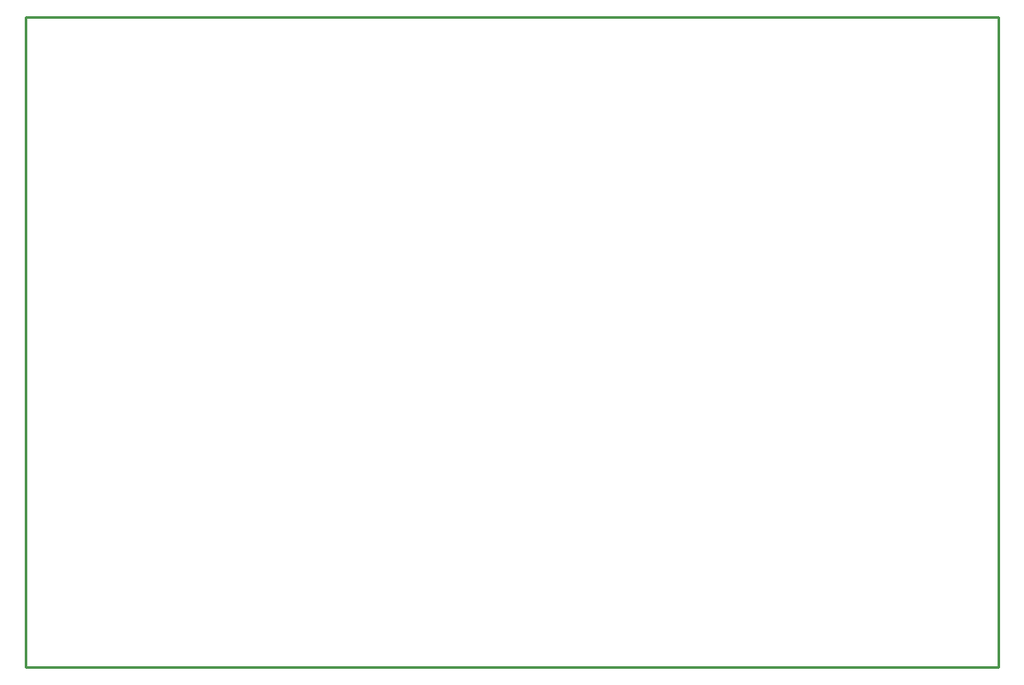
<source format=gm1>
G04*
G04 #@! TF.GenerationSoftware,Altium Limited,Altium Designer,24.10.1 (45)*
G04*
G04 Layer_Color=16711935*
%FSLAX44Y44*%
%MOMM*%
G71*
G04*
G04 #@! TF.SameCoordinates,C5BE6EB9-D647-4441-8654-D56C766D6CB2*
G04*
G04*
G04 #@! TF.FilePolarity,Positive*
G04*
G01*
G75*
%ADD10C,0.2540*%
D10*
X412750Y254000D02*
X1377950D01*
X412750Y899160D02*
X1377950D01*
Y254000D02*
Y899160D01*
X412750Y254000D02*
Y899160D01*
M02*

</source>
